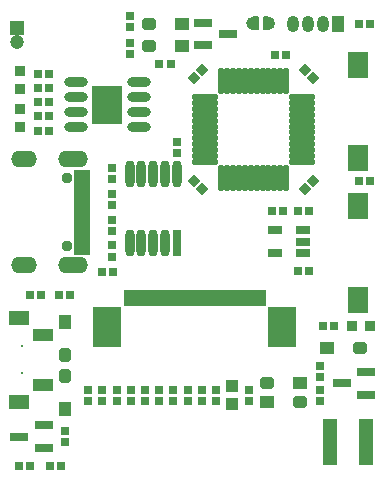
<source format=gbs>
G04*
G04 #@! TF.GenerationSoftware,Altium Limited,Altium Designer,22.1.2 (22)*
G04*
G04 Layer_Color=16711935*
%FSLAX25Y25*%
%MOIN*%
G70*
G04*
G04 #@! TF.SameCoordinates,295266D8-D9C4-4D40-B0F9-79C310AB5363*
G04*
G04*
G04 #@! TF.FilePolarity,Negative*
G04*
G01*
G75*
%ADD12C,0.00800*%
%ADD13O,0.03950X0.05524*%
%ADD14R,0.03950X0.05524*%
%ADD15C,0.04737*%
%ADD16R,0.04737X0.04737*%
%ADD17O,0.09855X0.05524*%
%ADD18O,0.08674X0.05524*%
%ADD19C,0.03753*%
%ADD43C,0.00800*%
%ADD73R,0.04147X0.04343*%
%ADD74R,0.02965X0.03162*%
%ADD75O,0.03162X0.09068*%
%ADD76R,0.03162X0.09068*%
%ADD77R,0.03162X0.02965*%
%ADD78R,0.04934X0.03162*%
%ADD79O,0.09068X0.01981*%
%ADD80O,0.01981X0.09068*%
%ADD81R,0.10300X0.12800*%
%ADD82O,0.07887X0.03200*%
%ADD83R,0.05131X0.15367*%
%ADD84R,0.04737X0.03950*%
G04:AMPARAMS|DCode=85|XSize=47.37mil|YSize=39.5mil|CornerRadius=0mil|HoleSize=0mil|Usage=FLASHONLY|Rotation=0.000|XOffset=0mil|YOffset=0mil|HoleType=Round|Shape=Octagon|*
%AMOCTAGOND85*
4,1,8,0.02368,-0.00987,0.02368,0.00987,0.01381,0.01975,-0.01381,0.01975,-0.02368,0.00987,-0.02368,-0.00987,-0.01381,-0.01975,0.01381,-0.01975,0.02368,-0.00987,0.0*
%
%ADD85OCTAGOND85*%

%ADD86R,0.06706X0.03950*%
%ADD87R,0.06706X0.05131*%
%ADD88R,0.09461X0.13792*%
%ADD89R,0.01981X0.05524*%
%ADD90R,0.06706X0.08674*%
G04:AMPARAMS|DCode=91|XSize=31.62mil|YSize=29.65mil|CornerRadius=0mil|HoleSize=0mil|Usage=FLASHONLY|Rotation=45.000|XOffset=0mil|YOffset=0mil|HoleType=Round|Shape=Rectangle|*
%AMROTATEDRECTD91*
4,1,4,-0.00070,-0.02166,-0.02166,-0.00070,0.00070,0.02166,0.02166,0.00070,-0.00070,-0.02166,0.0*
%
%ADD91ROTATEDRECTD91*%

G04:AMPARAMS|DCode=92|XSize=31.62mil|YSize=29.65mil|CornerRadius=0mil|HoleSize=0mil|Usage=FLASHONLY|Rotation=315.000|XOffset=0mil|YOffset=0mil|HoleType=Round|Shape=Rectangle|*
%AMROTATEDRECTD92*
4,1,4,-0.02166,0.00070,-0.00070,0.02166,0.02166,-0.00070,0.00070,-0.02166,-0.02166,0.00070,0.0*
%
%ADD92ROTATEDRECTD92*%

%ADD93C,0.03162*%
%ADD94R,0.05918X0.03162*%
%ADD95R,0.03950X0.04737*%
G04:AMPARAMS|DCode=96|XSize=47.37mil|YSize=39.5mil|CornerRadius=0mil|HoleSize=0mil|Usage=FLASHONLY|Rotation=90.000|XOffset=0mil|YOffset=0mil|HoleType=Round|Shape=Octagon|*
%AMOCTAGOND96*
4,1,8,0.00987,0.02368,-0.00987,0.02368,-0.01975,0.01381,-0.01975,-0.01381,-0.00987,-0.02368,0.00987,-0.02368,0.01975,-0.01381,0.01975,0.01381,0.00987,0.02368,0.0*
%
%ADD96OCTAGOND96*%

%ADD97R,0.03800X0.03800*%
%ADD98R,0.03800X0.03800*%
%ADD99R,0.05328X0.01981*%
%ADD100R,0.05320X0.01980*%
G36*
X84000Y149500D02*
X82500D01*
X82102D01*
X81367Y149804D01*
X80805Y150367D01*
X80500Y151102D01*
Y151500D01*
Y151898D01*
X80805Y152633D01*
X81367Y153196D01*
X82102Y153500D01*
X82500D01*
D01*
X84000D01*
Y149500D01*
D02*
G37*
G36*
X86000Y153500D02*
X87500D01*
X87898D01*
X88633Y153196D01*
X89196Y152633D01*
X89500Y151898D01*
Y151500D01*
Y151102D01*
X89196Y150367D01*
X88633Y149804D01*
X87898Y149500D01*
X87500D01*
D01*
X86000D01*
Y153500D01*
D02*
G37*
D12*
X5512Y34843D02*
D03*
Y43898D02*
D03*
D13*
X95650Y151181D02*
D03*
X100650D02*
D03*
X105650D02*
D03*
D14*
X110650D02*
D03*
D15*
X3937Y145177D02*
D03*
D16*
Y150098D02*
D03*
D17*
X22342Y70866D02*
D03*
X22342Y106299D02*
D03*
D18*
X6003Y106299D02*
D03*
X6003Y70866D02*
D03*
D19*
X20373Y99961D02*
D03*
Y77205D02*
D03*
D43*
X87500Y149500D02*
G03*
X87500Y153500I0J2000D01*
G01*
X82500D02*
G03*
X82500Y149500I0J-2000D01*
G01*
X86000D02*
Y153500D01*
Y149500D02*
X87500D01*
X86000Y153500D02*
X87500D01*
X84000Y149500D02*
Y153500D01*
X82500D02*
X84000D01*
X82500Y149500D02*
X84000D01*
D73*
X75590Y30610D02*
D03*
Y24508D02*
D03*
D74*
X35433Y91043D02*
D03*
Y94784D02*
D03*
X70079Y25689D02*
D03*
Y29429D02*
D03*
X51181Y25689D02*
D03*
Y29429D02*
D03*
X104724Y29429D02*
D03*
Y25689D02*
D03*
X19685Y11909D02*
D03*
Y15650D02*
D03*
X37008Y25689D02*
D03*
Y29429D02*
D03*
X32283Y25689D02*
D03*
Y29429D02*
D03*
X55905Y25689D02*
D03*
Y29429D02*
D03*
X41732Y25689D02*
D03*
Y29429D02*
D03*
X81102Y25689D02*
D03*
Y29429D02*
D03*
X46457Y25689D02*
D03*
Y29429D02*
D03*
X27559Y25689D02*
D03*
Y29429D02*
D03*
X57087Y108366D02*
D03*
Y112106D02*
D03*
X65354Y25689D02*
D03*
Y29429D02*
D03*
X104724Y37303D02*
D03*
Y33563D02*
D03*
X60630Y25689D02*
D03*
Y29429D02*
D03*
X35433Y73721D02*
D03*
Y77461D02*
D03*
Y103445D02*
D03*
Y99705D02*
D03*
Y82382D02*
D03*
Y86122D02*
D03*
X41500Y150130D02*
D03*
Y153870D02*
D03*
Y141130D02*
D03*
Y144870D02*
D03*
D75*
X57087Y101264D02*
D03*
X53150D02*
D03*
X41339Y78264D02*
D03*
Y101264D02*
D03*
X45276D02*
D03*
X49213D02*
D03*
X45276Y78264D02*
D03*
X49213D02*
D03*
X53150D02*
D03*
D76*
X57087D02*
D03*
D77*
X88681Y88976D02*
D03*
X92421D02*
D03*
X97342Y68898D02*
D03*
X101083D02*
D03*
X101083Y88976D02*
D03*
X97342D02*
D03*
X8169Y3937D02*
D03*
X4429D02*
D03*
X14665D02*
D03*
X18406D02*
D03*
X11876Y61024D02*
D03*
X8136D02*
D03*
X89630Y141000D02*
D03*
X93370D02*
D03*
X17815Y61024D02*
D03*
X21555D02*
D03*
X55020Y137795D02*
D03*
X51279D02*
D03*
X105630Y50500D02*
D03*
X109370D02*
D03*
X121555Y151181D02*
D03*
X117815D02*
D03*
X14469Y134646D02*
D03*
X10728D02*
D03*
X14469Y125197D02*
D03*
X10728D02*
D03*
X10728Y120472D02*
D03*
X14469D02*
D03*
X14469Y115748D02*
D03*
X10728D02*
D03*
X14469Y129921D02*
D03*
X10728D02*
D03*
X117815Y98819D02*
D03*
X121555D02*
D03*
X32130Y68500D02*
D03*
X35870D02*
D03*
D78*
X89764Y82480D02*
D03*
Y75000D02*
D03*
X99213D02*
D03*
Y78740D02*
D03*
Y82480D02*
D03*
D79*
X98819Y126969D02*
D03*
Y125000D02*
D03*
Y123031D02*
D03*
Y121063D02*
D03*
Y119095D02*
D03*
Y117126D02*
D03*
Y115157D02*
D03*
Y113189D02*
D03*
Y111221D02*
D03*
Y109252D02*
D03*
Y107283D02*
D03*
Y105315D02*
D03*
X66535D02*
D03*
Y107283D02*
D03*
Y109252D02*
D03*
Y111221D02*
D03*
Y113189D02*
D03*
Y115157D02*
D03*
Y117126D02*
D03*
Y119095D02*
D03*
Y121063D02*
D03*
Y123031D02*
D03*
Y125000D02*
D03*
Y126969D02*
D03*
D80*
X93504Y100000D02*
D03*
X91535D02*
D03*
X89567D02*
D03*
X87598D02*
D03*
X85630D02*
D03*
X83661D02*
D03*
X81693D02*
D03*
X79724D02*
D03*
X77756D02*
D03*
X75787D02*
D03*
X73819D02*
D03*
X71850D02*
D03*
Y132283D02*
D03*
X73819D02*
D03*
X75787D02*
D03*
X77756D02*
D03*
X79724D02*
D03*
X81693D02*
D03*
X83661D02*
D03*
X85630D02*
D03*
X87598D02*
D03*
X89567D02*
D03*
X91535D02*
D03*
X93504D02*
D03*
D81*
X33858Y124409D02*
D03*
D82*
X23425Y116909D02*
D03*
Y121909D02*
D03*
Y126909D02*
D03*
Y131909D02*
D03*
X44291Y116909D02*
D03*
Y121909D02*
D03*
Y126909D02*
D03*
Y131909D02*
D03*
D83*
X120079Y11811D02*
D03*
X108268D02*
D03*
D84*
X107087Y43307D02*
D03*
X98032Y31496D02*
D03*
X58661Y144095D02*
D03*
X87008Y25197D02*
D03*
X58661Y151181D02*
D03*
D85*
X118110Y43307D02*
D03*
X87008Y31496D02*
D03*
X47638Y144095D02*
D03*
X98032Y25197D02*
D03*
X47638Y151181D02*
D03*
D86*
X12402Y47638D02*
D03*
Y31102D02*
D03*
D87*
X4528Y53445D02*
D03*
Y25295D02*
D03*
D88*
X33855Y50160D02*
D03*
X92130Y50134D02*
D03*
D89*
X85630Y60102D02*
D03*
X83660D02*
D03*
X81690D02*
D03*
X79730D02*
D03*
X77760D02*
D03*
X75790D02*
D03*
X73820D02*
D03*
X71850D02*
D03*
X69880D02*
D03*
X67915D02*
D03*
X65945D02*
D03*
X63980D02*
D03*
X62010D02*
D03*
X60040D02*
D03*
X58070D02*
D03*
X56100D02*
D03*
X54135D02*
D03*
X52170D02*
D03*
X50200D02*
D03*
X48230D02*
D03*
X46260D02*
D03*
X44290D02*
D03*
X42320D02*
D03*
X40355D02*
D03*
D90*
X117323Y106547D02*
D03*
X117401Y137779D02*
D03*
X117323Y59303D02*
D03*
X117401Y90535D02*
D03*
D91*
X99859Y96315D02*
D03*
X102503Y98960D02*
D03*
X65496Y135968D02*
D03*
X62851Y133323D02*
D03*
D92*
X99859Y135968D02*
D03*
X102503Y133323D02*
D03*
X62851Y98960D02*
D03*
X65496Y96315D02*
D03*
D93*
X87500Y151500D02*
D03*
X82500D02*
D03*
D94*
X112008Y31496D02*
D03*
X120276Y27756D02*
D03*
Y35236D02*
D03*
X4528Y13780D02*
D03*
X12795Y10039D02*
D03*
Y17520D02*
D03*
X74213Y148031D02*
D03*
X65945Y151772D02*
D03*
Y144291D02*
D03*
D95*
X19685Y22835D02*
D03*
Y51968D02*
D03*
D96*
Y33858D02*
D03*
Y40945D02*
D03*
D97*
X4725Y135500D02*
D03*
Y129500D02*
D03*
Y123000D02*
D03*
Y117000D02*
D03*
D98*
X121500Y50500D02*
D03*
X115500D02*
D03*
D99*
X25491Y101771D02*
D03*
Y100591D02*
D03*
X25491Y98623D02*
D03*
Y97441D02*
D03*
X25491Y95472D02*
D03*
Y91536D02*
D03*
X25485Y89566D02*
D03*
X25491Y87598D02*
D03*
X25484Y85629D02*
D03*
X25493Y83662D02*
D03*
X25475Y79724D02*
D03*
Y78544D02*
D03*
X25485Y76574D02*
D03*
Y75393D02*
D03*
D100*
X25491Y93504D02*
D03*
X25491Y81693D02*
D03*
M02*

</source>
